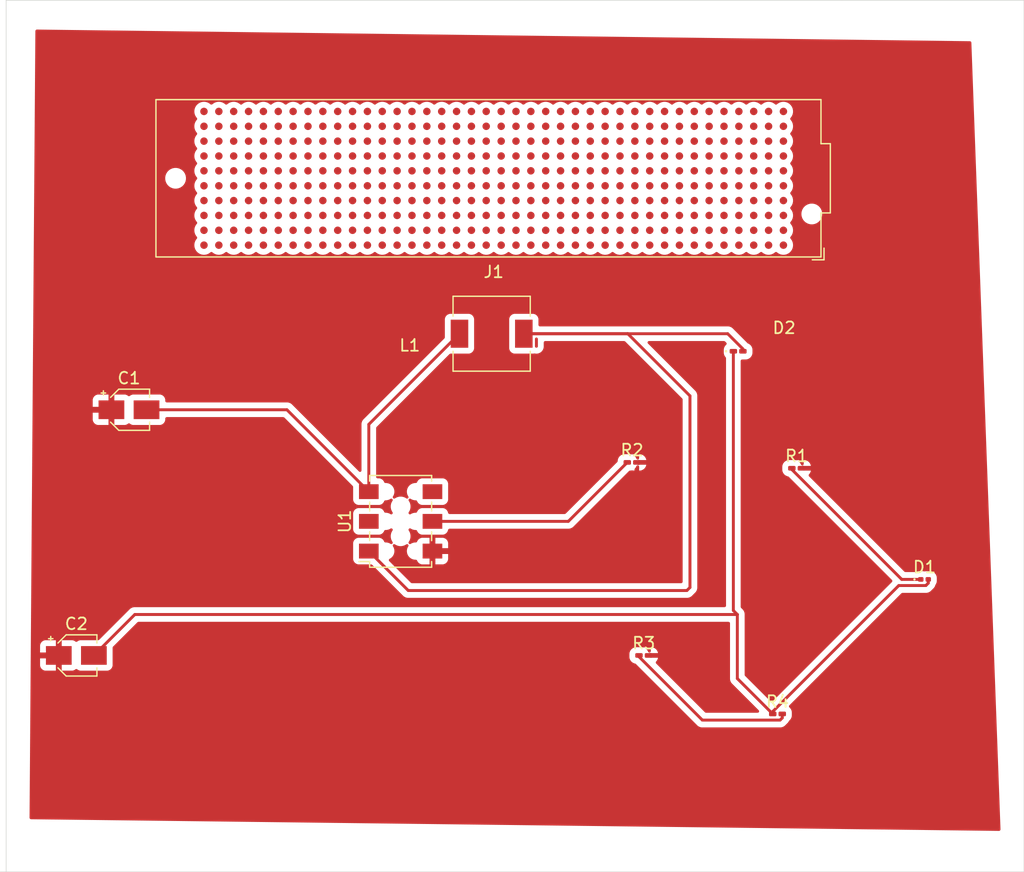
<source format=kicad_pcb>
(kicad_pcb (version 20241229) (generator "pcbnew") (generator_version "9.0")
  (layers (0 "F.Cu" signal) (2 "B.Cu" signal) (13 "F.Paste" user) (15 "B.Paste" user) (5 "F.SilkS" user "F.Silkscreen") (7 "B.SilkS" user "B.Silkscreen") (1 "F.Mask" user) (3 "B.Mask" user) (25 "Edge.Cuts" user))
  (net 0 "")
  (net 1 "VCC")
  (net 2 "GND")
  (net 3 "+5V")
  (net 4 "Net-(D1-K)")
  (net 5 "Net-(D2-A)")
  (net 6 "Net-(U1-4-OC)")
  (net 7 "Net-(U1-3-FB)")
  (footprint "Diode_SMD:D_0201_0603Metric" (layer "F.Cu") (at 135 70)
    (property "Reference" "D1" (at 0 -1.05 0) (layer "F.SilkS"))
    (property "Value" "RED")
    (pad "1" smd roundrect (at -0.32 0) (size 0.46 0.4) (layers "F.Cu" "F.Mask") (net 4 "Net-(D1-K)"))
    (pad "2" smd roundrect (at 0.32 0) (size 0.46 0.4) (layers "F.Cu" "F.Mask") (net 3 "+5V"))
  )
  (footprint "Inductor_SMD:L_6.3x6.3_H3" (layer "F.Cu") (at 98 49)
    (property "Reference" "L1" (at -7 1 0) (layer "F.SilkS"))
    (property "Value" "L")
    (pad "1" smd rect (at -2.75 0) (size 1.5 2.4) (layers "F.Cu" "F.Mask" "F.Paste") (net 1 "VCC"))
    (pad "2" smd rect (at 2.75 0) (size 1.5 2.4) (layers "F.Cu" "F.Mask" "F.Paste") (net 5 "Net-(D2-A)"))
  )
  (footprint "Capacitor_SMD:CP_Elec_3x5.3" (layer "F.Cu") (at 62.5 76.5)
    (property "Reference" "C2" (at 0 -2.7 0) (layer "F.SilkS"))
    (property "Value" "22uF")
    (pad "1" smd rect (at -1.5 0) (size 2.2 1.6) (layers "F.Cu" "F.Mask" "F.Paste") (net 2 "GND"))
    (pad "2" smd rect (at 1.5 0) (size 2.2 1.6) (layers "F.Cu" "F.Mask" "F.Paste") (net 3 "+5V"))
  )
  (footprint "Diode_SMD:D_0201_0603Metric_Pad0.64x0.40mm_HandSolder" (layer "F.Cu") (at 119.0675 50.5)
    (property "Reference" "D2" (at 3.9325 -2 0) (layer "F.SilkS"))
    (property "Value" "D_Schottky")
    (pad "1" smd roundrect (at -0.4075 0) (size 0.635 0.4) (layers "F.Cu" "F.Mask") (net 3 "+5V"))
    (pad "2" smd roundrect (at 0.4075 0) (size 0.635 0.4) (layers "F.Cu" "F.Mask") (net 5 "Net-(D2-A)"))
  )
  (footprint "Connector_Samtec_HLE_SMD:Samtec_HLE-103-02-xxx-DV-BE-LC_2x03_P2.54mm_Horizontal" (layer "F.Cu") (at 90.22 65.04 90)
    (property "Reference" "U1" (at 0 -4.77 90) (layer "F.SilkS"))
    (property "Value" "~")
    (pad "" np_thru_hole circle (at -2.54 -1.27 90) (size 0.97 0.97) (drill 0.97) (layers "*.Cu" "*.Mask"))
    (pad "" np_thru_hole circle (at -2.54 1.27 90) (size 0.97 0.97) (drill 0.97) (layers "*.Cu" "*.Mask"))
    (pad "" np_thru_hole circle (at -1.27 0 90) (size 1.19 1.19) (drill 1.19) (layers "*.Cu" "*.Mask"))
    (pad "" np_thru_hole circle (at 0 -1.27 90) (size 0.97 0.97) (drill 0.97) (layers "*.Cu" "*.Mask"))
    (pad "" np_thru_hole circle (at 0 1.27 90) (size 0.97 0.97) (drill 0.97) (layers "*.Cu" "*.Mask"))
    (pad "" np_thru_hole circle (at 1.27 0 90) (size 1.19 1.19) (drill 1.19) (layers "*.Cu" "*.Mask"))
    (pad "" np_thru_hole circle (at 2.54 -1.27 90) (size 0.97 0.97) (drill 0.97) (layers "*.Cu" "*.Mask"))
    (pad "" np_thru_hole circle (at 2.54 1.27 90) (size 0.97 0.97) (drill 0.97) (layers "*.Cu" "*.Mask"))
    (pad "1" smd rect (at -2.54 -2.72 90) (size 1.27 1.68) (layers "F.Cu" "F.Mask" "F.Paste") (net 5 "Net-(D2-A)"))
    (pad "2" smd rect (at -2.54 2.72 90) (size 1.27 1.68) (layers "F.Cu" "F.Mask" "F.Paste") (net 2 "GND"))
    (pad "3" smd rect (at 0 -2.72 90) (size 1.27 1.68) (layers "F.Cu" "F.Mask" "F.Paste") (net 7 "Net-(U1-3-FB)"))
    (pad "4" smd rect (at 0 2.72 90) (size 1.27 1.68) (layers "F.Cu" "F.Mask" "F.Paste") (net 6 "Net-(U1-4-OC)"))
    (pad "5" smd rect (at 2.54 -2.72 90) (size 1.27 1.68) (layers "F.Cu" "F.Mask" "F.Paste") (net 1 "VCC"))
    (pad "6" smd rect (at 2.54 2.72 90) (size 1.27 1.68) (layers "F.Cu" "F.Mask" "F.Paste") (net 1 "VCC"))
  )
  (footprint "Connector_Samtec:Samtec_FMC_ASP-134486-01_10x40_P1.27mm_Vertical" (layer "F.Cu") (at 98.175 35.715 180)
    (property "Reference" "J1" (at 0 -8 0) (layer "F.SilkS"))
    (property "Value" "Conn_01x03_Pin")
    (pad "" np_thru_hole circle (at -27.19 -3.05 180) (size 1.27 1.27) (drill 1.27) (layers "*.Cu" "*.Mask"))
    (pad "" np_thru_hole circle (at 27.191 0 180) (size 1.27 1.27) (drill 1.27) (layers "*.Cu" "*.Mask"))
    (pad "A1" smd circle (at -24.765 -5.715 180) (size 0.64 0.64) (layers "F.Cu" "F.Mask" "F.Paste"))
    (pad "A2" smd circle (at -23.495 -5.715 180) (size 0.64 0.64) (layers "F.Cu" "F.Mask" "F.Paste"))
    (pad "A3" smd circle (at -22.225 -5.715 180) (size 0.64 0.64) (layers "F.Cu" "F.Mask" "F.Paste"))
    (pad "A4" smd circle (at -20.955 -5.715 180) (size 0.64 0.64) (layers "F.Cu" "F.Mask" "F.Paste"))
    (pad "A5" smd circle (at -19.685 -5.715 180) (size 0.64 0.64) (layers "F.Cu" "F.Mask" "F.Paste"))
    (pad "A6" smd circle (at -18.415 -5.715 180) (size 0.64 0.64) (layers "F.Cu" "F.Mask" "F.Paste"))
    (pad "A7" smd circle (at -17.145 -5.715 180) (size 0.64 0.64) (layers "F.Cu" "F.Mask" "F.Paste"))
    (pad "A8" smd circle (at -15.875 -5.715 180) (size 0.64 0.64) (layers "F.Cu" "F.Mask" "F.Paste"))
    (pad "A9" smd circle (at -14.605 -5.715 180) (size 0.64 0.64) (layers "F.Cu" "F.Mask" "F.Paste"))
    (pad "A10" smd circle (at -13.335 -5.715 180) (size 0.64 0.64) (layers "F.Cu" "F.Mask" "F.Paste"))
    (pad "A11" smd circle (at -12.065 -5.715 180) (size 0.64 0.64) (layers "F.Cu" "F.Mask" "F.Paste"))
    (pad "A12" smd circle (at -10.795 -5.715 180) (size 0.64 0.64) (layers "F.Cu" "F.Mask" "F.Paste"))
    (pad "A13" smd circle (at -9.525 -5.715 180) (size 0.64 0.64) (layers "F.Cu" "F.Mask" "F.Paste"))
    (pad "A14" smd circle (at -8.255 -5.715 180) (size 0.64 0.64) (layers "F.Cu" "F.Mask" "F.Paste"))
    (pad "A15" smd circle (at -6.985 -5.715 180) (size 0.64 0.64) (layers "F.Cu" "F.Mask" "F.Paste"))
    (pad "A16" smd circle (at -5.715 -5.715 180) (size 0.64 0.64) (layers "F.Cu" "F.Mask" "F.Paste"))
    (pad "A17" smd circle (at -4.445 -5.715 180) (size 0.64 0.64) (layers "F.Cu" "F.Mask" "F.Paste"))
    (pad "A18" smd circle (at -3.175 -5.715 180) (size 0.64 0.64) (layers "F.Cu" "F.Mask" "F.Paste"))
    (pad "A19" smd circle (at -1.905 -5.715 180) (size 0.64 0.64) (layers "F.Cu" "F.Mask" "F.Paste"))
    (pad "A20" smd circle (at -0.64 -5.715 180) (size 0.64 0.64) (layers "F.Cu" "F.Mask" "F.Paste"))
    (pad "A21" smd circle (at 0.64 -5.715 180) (size 0.64 0.64) (layers "F.Cu" "F.Mask" "F.Paste"))
    (pad "A22" smd circle (at 1.905 -5.715 180) (size 0.64 0.64) (layers "F.Cu" "F.Mask" "F.Paste"))
    (pad "A23" smd circle (at 3.175 -5.715 180) (size 0.64 0.64) (layers "F.Cu" "F.Mask" "F.Paste"))
    (pad "A24" smd circle (at 4.445 -5.715 180) (size 0.64 0.64) (layers "F.Cu" "F.Mask" "F.Paste"))
    (pad "A25" smd circle (at 5.715 -5.715 180) (size 0.64 0.64) (layers "F.Cu" "F.Mask" "F.Paste"))
    (pad "A26" smd circle (at 6.985 -5.715 180) (size 0.64 0.64) (layers "F.Cu" "F.Mask" "F.Paste"))
    (pad "A27" smd circle (at 8.255 -5.715 180) (size 0.64 0.64) (layers "F.Cu" "F.Mask" "F.Paste"))
    (pad "A28" smd circle (at 9.525 -5.715 180) (size 0.64 0.64) (layers "F.Cu" "F.Mask" "F.Paste"))
    (pad "A29" smd circle (at 10.795 -5.715 180) (size 0.64 0.64) (layers "F.Cu" "F.Mask" "F.Paste"))
    (pad "A30" smd circle (at 12.065 -5.715 180) (size 0.64 0.64) (layers "F.Cu" "F.Mask" "F.Paste"))
    (pad "A31" smd circle (at 13.335 -5.715 180) (size 0.64 0.64) (layers "F.Cu" "F.Mask" "F.Paste"))
    (pad "A32" smd circle (at 14.605 -5.715 180) (size 0.64 0.64) (layers "F.Cu" "F.Mask" "F.Paste"))
    (pad "A33" smd circle (at 15.875 -5.715 180) (size 0.64 0.64) (layers "F.Cu" "F.Mask" "F.Paste"))
    (pad "A34" smd circle (at 17.145 -5.715 180) (size 0.64 0.64) (layers "F.Cu" "F.Mask" "F.Paste"))
    (pad "A35" smd circle (at 18.415 -5.715 180) (size 0.64 0.64) (layers "F.Cu" "F.Mask" "F.Paste"))
    (pad "A36" smd circle (at 19.685 -5.715 180) (size 0.64 0.64) (layers "F.Cu" "F.Mask" "F.Paste"))
    (pad "A37" smd circle (at 20.955 -5.715 180) (size 0.64 0.64) (layers "F.Cu" "F.Mask" "F.Paste"))
    (pad "A38" smd circle (at 22.225 -5.715 180) (size 0.64 0.64) (layers "F.Cu" "F.Mask" "F.Paste"))
    (pad "A39" smd circle (at 23.495 -5.715 180) (size 0.64 0.64) (layers "F.Cu" "F.Mask" "F.Paste"))
    (pad "A40" smd circle (at 24.765 -5.715 180) (size 0.64 0.64) (layers "F.Cu" "F.Mask" "F.Paste"))
    (pad "B1" smd circle (at -24.765 -4.445 180) (size 0.64 0.64) (layers "F.Cu" "F.Mask" "F.Paste"))
    (pad "B2" smd circle (at -23.495 -4.445 180) (size 0.64 0.64) (layers "F.Cu" "F.Mask" "F.Paste"))
    (pad "B3" smd circle (at -22.225 -4.445 180) (size 0.64 0.64) (layers "F.Cu" "F.Mask" "F.Paste"))
    (pad "B4" smd circle (at -20.955 -4.445 180) (size 0.64 0.64) (layers "F.Cu" "F.Mask" "F.Paste"))
    (pad "B5" smd circle (at -19.685 -4.445 180) (size 0.64 0.64) (layers "F.Cu" "F.Mask" "F.Paste"))
    (pad "B6" smd circle (at -18.415 -4.445 180) (size 0.64 0.64) (layers "F.Cu" "F.Mask" "F.Paste"))
    (pad "B7" smd circle (at -17.145 -4.445 180) (size 0.64 0.64) (layers "F.Cu" "F.Mask" "F.Paste"))
    (pad "B8" smd circle (at -15.875 -4.445 180) (size 0.64 0.64) (layers "F.Cu" "F.Mask" "F.Paste"))
    (pad "B9" smd circle (at -14.605 -4.445 180) (size 0.64 0.64) (layers "F.Cu" "F.Mask" "F.Paste"))
    (pad "B10" smd circle (at -13.335 -4.445 180) (size 0.64 0.64) (layers "F.Cu" "F.Mask" "F.Paste"))
    (pad "B11" smd circle (at -12.065 -4.445 180) (size 0.64 0.64) (layers "F.Cu" "F.Mask" "F.Paste"))
    (pad "B12" smd circle (at -10.795 -4.445 180) (size 0.64 0.64) (layers "F.Cu" "F.Mask" "F.Paste"))
    (pad "B13" smd circle (at -9.525 -4.445 180) (size 0.64 0.64) (layers "F.Cu" "F.Mask" "F.Paste"))
    (pad "B14" smd circle (at -8.255 -4.445 180) (size 0.64 0.64) (layers "F.Cu" "F.Mask" "F.Paste"))
    (pad "B15" smd circle (at -6.985 -4.445 180) (size 0.64 0.64) (layers "F.Cu" "F.Mask" "F.Paste"))
    (pad "B16" smd circle (at -5.715 -4.445 180) (size 0.64 0.64) (layers "F.Cu" "F.Mask" "F.Paste"))
    (pad "B17" smd circle (at -4.445 -4.445 180) (size 0.64 0.64) (layers "F.Cu" "F.Mask" "F.Paste"))
    (pad "B18" smd circle (at -3.175 -4.445 180) (size 0.64 0.64) (layers "F.Cu" "F.Mask" "F.Paste"))
    (pad "B19" smd circle (at -1.905 -4.445 180) (size 0.64 0.64) (layers "F.Cu" "F.Mask" "F.Paste"))
    (pad "B20" smd circle (at -0.64 -4.445 180) (size 0.64 0.64) (layers "F.Cu" "F.Mask" "F.Paste"))
    (pad "B21" smd circle (at 0.64 -4.445 180) (size 0.64 0.64) (layers "F.Cu" "F.Mask" "F.Paste"))
    (pad "B22" smd circle (at 1.905 -4.445 180) (size 0.64 0.64) (layers "F.Cu" "F.Mask" "F.Paste"))
    (pad "B23" smd circle (at 3.175 -4.445 180) (size 0.64 0.64) (layers "F.Cu" "F.Mask" "F.Paste"))
    (pad "B24" smd circle (at 4.445 -4.445 180) (size 0.64 0.64) (layers "F.Cu" "F.Mask" "F.Paste"))
    (pad "B25" smd circle (at 5.715 -4.445 180) (size 0.64 0.64) (layers "F.Cu" "F.Mask" "F.Paste"))
    (pad "B26" smd circle (at 6.985 -4.445 180) (size 0.64 0.64) (layers "F.Cu" "F.Mask" "F.Paste"))
    (pad "B27" smd circle (at 8.255 -4.445 180) (size 0.64 0.64) (layers "F.Cu" "F.Mask" "F.Paste"))
    (pad "B28" smd circle (at 9.525 -4.445 180) (size 0.64 0.64) (layers "F.Cu" "F.Mask" "F.Paste"))
    (pad "B29" smd circle (at 10.795 -4.445 180) (size 0.64 0.64) (layers "F.Cu" "F.Mask" "F.Paste"))
    (pad "B30" smd circle (at 12.065 -4.445 180) (size 0.64 0.64) (layers "F.Cu" "F.Mask" "F.Paste"))
    (pad "B31" smd circle (at 13.335 -4.445 180) (size 0.64 0.64) (layers "F.Cu" "F.Mask" "F.Paste"))
    (pad "B32" smd circle (at 14.605 -4.445 180) (size 0.64 0.64) (layers "F.Cu" "F.Mask" "F.Paste"))
    (pad "B33" smd circle (at 15.875 -4.445 180) (size 0.64 0.64) (layers "F.Cu" "F.Mask" "F.Paste"))
    (pad "B34" smd circle (at 17.145 -4.445 180) (size 0.64 0.64) (layers "F.Cu" "F.Mask" "F.Paste"))
    (pad "B35" smd circle (at 18.415 -4.445 180) (size 0.64 0.64) (layers "F.Cu" "F.Mask" "F.Paste"))
    (pad "B36" smd circle (at 19.685 -4.445 180) (size 0.64 0.64) (layers "F.Cu" "F.Mask" "F.Paste"))
    (pad "B37" smd circle (at 20.955 -4.445 180) (size 0.64 0.64) (layers "F.Cu" "F.Mask" "F.Paste"))
    (pad "B38" smd circle (at 22.225 -4.445 180) (size 0.64 0.64) (layers "F.Cu" "F.Mask" "F.Paste"))
    (pad "B39" smd circle (at 23.495 -4.445 180) (size 0.64 0.64) (layers "F.Cu" "F.Mask" "F.Paste"))
    (pad "B40" smd circle (at 24.765 -4.445 180) (size 0.64 0.64) (layers "F.Cu" "F.Mask" "F.Paste"))
    (pad "C1" smd circle (at -24.765 -3.175 180) (size 0.64 0.64) (layers "F.Cu" "F.Mask" "F.Paste"))
    (pad "C2" smd circle (at -23.495 -3.175 180) (size 0.64 0.64) (layers "F.Cu" "F.Mask" "F.Paste"))
    (pad "C3" smd circle (at -22.225 -3.175 180) (size 0.64 0.64) (layers "F.Cu" "F.Mask" "F.Paste"))
    (pad "C4" smd circle (at -20.955 -3.175 180) (size 0.64 0.64) (layers "F.Cu" "F.Mask" "F.Paste"))
    (pad "C5" smd circle (at -19.685 -3.175 180) (size 0.64 0.64) (layers "F.Cu" "F.Mask" "F.Paste"))
    (pad "C6" smd circle (at -18.415 -3.175 180) (size 0.64 0.64) (layers "F.Cu" "F.Mask" "F.Paste"))
    (pad "C7" smd circle (at -17.145 -3.175 180) (size 0.64 0.64) (layers "F.Cu" "F.Mask" "F.Paste"))
    (pad "C8" smd circle (at -15.875 -3.175 180) (size 0.64 0.64) (layers "F.Cu" "F.Mask" "F.Paste"))
    (pad "C9" smd circle (at -14.605 -3.175 180) (size 0.64 0.64) (layers "F.Cu" "F.Mask" "F.Paste"))
    (pad "C10" smd circle (at -13.335 -3.175 180) (size 0.64 0.64) (layers "F.Cu" "F.Mask" "F.Paste"))
    (pad "C11" smd circle (at -12.065 -3.175 180) (size 0.64 0.64) (layers "F.Cu" "F.Mask" "F.Paste"))
    (pad "C12" smd circle (at -10.795 -3.175 180) (size 0.64 0.64) (layers "F.Cu" "F.Mask" "F.Paste"))
    (pad "C13" smd circle (at -9.525 -3.175 180) (size 0.64 0.64) (layers "F.Cu" "F.Mask" "F.Paste"))
    (pad "C14" smd circle (at -8.255 -3.175 180) (size 0.64 0.64) (layers "F.Cu" "F.Mask" "F.Paste"))
    (pad "C15" smd circle (at -6.985 -3.175 180) (size 0.64 0.64) (layers "F.Cu" "F.Mask" "F.Paste"))
    (pad "C16" smd circle (at -5.715 -3.175 180) (size 0.64 0.64) (layers "F.Cu" "F.Mask" "F.Paste"))
    (pad "C17" smd circle (at -4.445 -3.175 180) (size 0.64 0.64) (layers "F.Cu" "F.Mask" "F.Paste"))
    (pad "C18" smd circle (at -3.175 -3.175 180) (size 0.64 0.64) (layers "F.Cu" "F.Mask" "F.Paste"))
    (pad "C19" smd circle (at -1.905 -3.175 180) (size 0.64 0.64) (layers "F.Cu" "F.Mask" "F.Paste"))
    (pad "C20" smd circle (at -0.64 -3.175 180) (size 0.64 0.64) (layers "F.Cu" "F.Mask" "F.Paste"))
    (pad "C21" smd circle (at 0.64 -3.175 180) (size 0.64 0.64) (layers "F.Cu" "F.Mask" "F.Paste"))
    (pad "C22" smd circle (at 1.905 -3.175 180) (size 0.64 0.64) (layers "F.Cu" "F.Mask" "F.Paste"))
    (pad "C23" smd circle (at 3.175 -3.175 180) (size 0.64 0.64) (layers "F.Cu" "F.Mask" "F.Paste"))
    (pad "C24" smd circle (at 4.445 -3.175 180) (size 0.64 0.64) (layers "F.Cu" "F.Mask" "F.Paste"))
    (pad "C25" smd circle (at 5.715 -3.175 180) (size 0.64 0.64) (layers "F.Cu" "F.Mask" "F.Paste"))
    (pad "C26" smd circle (at 6.985 -3.175 180) (size 0.64 0.64) (layers "F.Cu" "F.Mask" "F.Paste"))
    (pad "C27" smd circle (at 8.255 -3.175 180) (size 0.64 0.64) (layers "F.Cu" "F.Mask" "F.Paste"))
    (pad "C28" smd circle (at 9.525 -3.175 180) (size 0.64 0.64) (layers "F.Cu" "F.Mask" "F.Paste"))
    (pad "C29" smd circle (at 10.795 -3.175 180) (size 0.64 0.64) (layers "F.Cu" "F.Mask" "F.Paste"))
    (pad "C30" smd circle (at 12.065 -3.175 180) (size 0.64 0.64) (layers "F.Cu" "F.Mask" "F.Paste"))
    (pad "C31" smd circle (at 13.335 -3.175 180) (size 0.64 0.64) (layers "F.Cu" "F.Mask" "F.Paste"))
    (pad "C32" smd circle (at 14.605 -3.175 180) (size 0.64 0.64) (layers "F.Cu" "F.Mask" "F.Paste"))
    (pad "C33" smd circle (at 15.875 -3.175 180) (size 0.64 0.64) (layers "F.Cu" "F.Mask" "F.Paste"))
    (pad "C34" smd circle (at 17.145 -3.175 180) (size 0.64 0.64) (layers "F.Cu" "F.Mask" "F.Paste"))
    (pad "C35" smd circle (at 18.415 -3.175 180) (size 0.64 0.64) (layers "F.Cu" "F.Mask" "F.Paste"))
    (pad "C36" smd circle (at 19.685 -3.175 180) (size 0.64 0.64) (layers "F.Cu" "F.Mask" "F.Paste"))
    (pad "C37" smd circle (at 20.955 -3.175 180) (size 0.64 0.64) (layers "F.Cu" "F.Mask" "F.Paste"))
    (pad "C38" smd circle (at 22.225 -3.175 180) (size 0.64 0.64) (layers "F.Cu" "F.Mask" "F.Paste"))
    (pad "C39" smd circle (at 23.495 -3.175 180) (size 0.64 0.64) (layers "F.Cu" "F.Mask" "F.Paste"))
    (pad "C40" smd circle (at 24.765 -3.175 180) (size 0.64 0.64) (layers "F.Cu" "F.Mask" "F.Paste"))
    (pad "D1" smd circle (at -24.765 -1.905 180) (size 0.64 0.64) (layers "F.Cu" "F.Mask" "F.Paste"))
    (pad "D2" smd circle (at -23.495 -1.905 180) (size 0.64 0.64) (layers "F.Cu" "F.Mask" "F.Paste"))
    (pad "D3" smd circle (at -22.225 -1.905 180) (size 0.64 0.64) (layers "F.Cu" "F.Mask" "F.Paste"))
    (pad "D4" smd circle (at -20.955 -1.905 180) (size 0.64 0.64) (layers "F.Cu" "F.Mask" "F.Paste"))
    (pad "D5" smd circle (at -19.685 -1.905 180) (size 0.64 0.64) (layers "F.Cu" "F.Mask" "F.Paste"))
    (pad "D6" smd circle (at -18.415 -1.905 180) (size 0.64 0.64) (layers "F.Cu" "F.Mask" "F.Paste"))
    (pad "D7" smd circle (at -17.145 -1.905 180) (size 0.64 0.64) (layers "F.Cu" "F.Mask" "F.Paste"))
    (pad "D8" smd circle (at -15.875 -1.905 180) (size 0.64 0.64) (layers "F.Cu" "F.Mask" "F.Paste"))
    (pad "D9" smd circle (at -14.605 -1.905 180) (size 0.64 0.64) (layers "F.Cu" "F.Mask" "F.Paste"))
    (pad "D10" smd circle (at -13.335 -1.905 180) (size 0.64 0.64) (layers "F.Cu" "F.Mask" "F.Paste"))
    (pad "D11" smd circle (at -12.065 -1.905 180) (size 0.64 0.64) (layers "F.Cu" "F.Mask" "F.Paste"))
    (pad "D12" smd circle (at -10.795 -1.905 180) (size 0.64 0.64) (layers "F.Cu" "F.Mask" "F.Paste"))
    (pad "D13" smd circle (at -9.525 -1.905 180) (size 0.64 0.64) (layers "F.Cu" "F.Mask" "F.Paste"))
    (pad "D14" smd circle (at -8.255 -1.905 180) (size 0.64 0.64) (layers "F.Cu" "F.Mask" "F.Paste"))
    (pad "D15" smd circle (at -6.985 -1.905 180) (size 0.64 0.64) (layers "F.Cu" "F.Mask" "F.Paste"))
    (pad "D16" smd circle (at -5.715 -1.905 180) (size 0.64 0.64) (layers "F.Cu" "F.Mask" "F.Paste"))
    (pad "D17" smd circle (at -4.445 -1.905 180) (size 0.64 0.64) (layers "F.Cu" "F.Mask" "F.Paste"))
    (pad "D18" smd circle (at -3.175 -1.905 180) (size 0.64 0.64) (layers "F.Cu" "F.Mask" "F.Paste"))
    (pad "D19" smd circle (at -1.905 -1.905 180) (size 0.64 0.64) (layers "F.Cu" "F.Mask" "F.Paste"))
    (pad "D20" smd circle (at -0.64 -1.905 180) (size 0.64 0.64) (layers "F.Cu" "F.Mask" "F.Paste"))
    (pad "D21" smd circle (at 0.64 -1.905 180) (size 0.64 0.64) (layers "F.Cu" "F.Mask" "F.Paste"))
    (pad "D22" smd circle (at 1.905 -1.905 180) (size 0.64 0.64) (layers "F.Cu" "F.Mask" "F.Paste"))
    (pad "D23" smd circle (at 3.175 -1.905 180) (size 0.64 0.64) (layers "F.Cu" "F.Mask" "F.Paste"))
    (pad "D24" smd circle (at 4.445 -1.905 180) (size 0.64 0.64) (layers "F.Cu" "F.Mask" "F.Paste"))
    (pad "D25" smd circle (at 5.715 -1.905 180) (size 0.64 0.64) (layers "F.Cu" "F.Mask" "F.Paste"))
    (pad "D26" smd circle (at 6.985 -1.905 180) (size 0.64 0.64) (layers "F.Cu" "F.Mask" "F.Paste"))
    (pad "D27" smd circle (at 8.255 -1.905 180) (size 0.64 0.64) (layers "F.Cu" "F.Mask" "F.Paste"))
    (pad "D28" smd circle (at 9.525 -1.905 180) (size 0.64 0.64) (layers "F.Cu" "F.Mask" "F.Paste"))
    (pad "D29" smd circle (at 10.795 -1.905 180) (size 0.64 0.64) (layers "F.Cu" "F.Mask" "F.Paste"))
    (pad "D30" smd circle (at 12.065 -1.905 180) (size 0.64 0.64) (layers "F.Cu" "F.Mask" "F.Paste"))
    (pad "D31" smd circle (at 13.335 -1.905 180) (size 0.64 0.64) (layers "F.Cu" "F.Mask" "F.Paste"))
    (pad "D32" smd circle (at 14.605 -1.905 180) (size 0.64 0.64) (layers "F.Cu" "F.Mask" "F.Paste"))
    (pad "D33" smd circle (at 15.875 -1.905 180) (size 0.64 0.64) (layers "F.Cu" "F.Mask" "F.Paste"))
    (pad "D34" smd circle (at 17.145 -1.905 180) (size 0.64 0.64) (layers "F.Cu" "F.Mask" "F.Paste"))
    (pad "D35" smd circle (at 18.415 -1.905 180) (size 0.64 0.64) (layers "F.Cu" "F.Mask" "F.Paste"))
    (pad "D36" smd circle (at 19.685 -1.905 180) (size 0.64 0.64) (layers "F.Cu" "F.Mask" "F.Paste"))
    (pad "D37" smd circle (at 20.955 -1.905 180) (size 0.64 0.64) (layers "F.Cu" "F.Mask" "F.Paste"))
    (pad "D38" smd circle (at 22.225 -1.905 180) (size 0.64 0.64) (layers "F.Cu" "F.Mask" "F.Paste"))
    (pad "D39" smd circle (at 23.495 -1.905 180) (size 0.64 0.64) (layers "F.Cu" "F.Mask" "F.Paste"))
    (pad "D40" smd circle (at 24.765 -1.905 180) (size 0.64 0.64) (layers "F.Cu" "F.Mask" "F.Paste"))
    (pad "E1" smd circle (at -24.765 -0.64 180) (size 0.64 0.64) (layers "F.Cu" "F.Mask" "F.Paste"))
    (pad "E2" smd circle (at -23.495 -0.64 180) (size 0.64 0.64) (layers "F.Cu" "F.Mask" "F.Paste"))
    (pad "E3" smd circle (at -22.225 -0.64 180) (size 0.64 0.64) (layers "F.Cu" "F.Mask" "F.Paste"))
    (pad "E4" smd circle (at -20.955 -0.64 180) (size 0.64 0.64) (layers "F.Cu" "F.Mask" "F.Paste"))
    (pad "E5" smd circle (at -19.685 -0.64 180) (size 0.64 0.64) (layers "F.Cu" "F.Mask" "F.Paste"))
    (pad "E6" smd circle (at -18.415 -0.64 180) (size 0.64 0.64) (layers "F.Cu" "F.Mask" "F.Paste"))
    (pad "E7" smd circle (at -17.145 -0.64 180) (size 0.64 0.64) (layers "F.Cu" "F.Mask" "F.Paste"))
    (pad "E8" smd circle (at -15.875 -0.64 180) (size 0.64 0.64) (layers "F.Cu" "F.Mask" "F.Paste"))
    (pad "E9" smd circle (at -14.605 -0.64 180) (size 0.64 0.64) (layers "F.Cu" "F.Mask" "F.Paste"))
    (pad "E10" smd circle (at -13.335 -0.64 180) (size 0.64 0.64) (layers "F.Cu" "F.Mask" "F.Paste"))
    (pad "E11" smd circle (at -12.065 -0.64 180) (size 0.64 0.64) (layers "F.Cu" "F.Mask" "F.Paste"))
    (pad "E12" smd circle (at -10.795 -0.64 180) (size 0.64 0.64) (layers "F.Cu" "F.Mask" "F.Paste"))
    (pad "E13" smd circle (at -9.525 -0.64 180) (size 0.64 0.64) (layers "F.Cu" "F.Mask" "F.Paste"))
    (pad "E14" smd circle (at -8.255 -0.64 180) (size 0.64 0.64) (layers "F.Cu" "F.Mask" "F.Paste"))
    (pad "E15" smd circle (at -6.985 -0.64 180) (size 0.64 0.64) (layers "F.Cu" "F.Mask" "F.Paste"))
    (pad "E16" smd circle (at -5.715 -0.64 180) (size 0.64 0.64) (layers "F.Cu" "F.Mask" "F.Paste"))
    (pad "E17" smd circle (at -4.445 -0.64 180) (size 0.64 0.64) (layers "F.Cu" "F.Mask" "F.Paste"))
    (pad "E18" smd circle (at -3.175 -0.64 180) (size 0.64 0.64) (layers "F.Cu" "F.Mask" "F.Paste"))
    (pad "E19" smd circle (at -1.905 -0.64 180) (size 0.64 0.64) (layers "F.Cu" "F.Mask" "F.Paste"))
    (pad "E20" smd circle (at -0.64 -0.64 180) (size 0.64 0.64) (layers "F.Cu" "F.Mask" "F.Paste"))
    (pad "E21" smd circle (at 0.64 -0.64 180) (size 0.64 0.64) (layers "F.Cu" "F.Mask" "F.Paste"))
    (pad "E22" smd circle (at 1.905 -0.64 180) (size 0.64 0.64) (layers "F.Cu" "F.Mask" "F.Paste"))
    (pad "E23" smd circle (at 3.175 -0.64 180) (size 0.64 0.64) (layers "F.Cu" "F.Mask" "F.Paste"))
    (pad "E24" smd circle (at 4.445 -0.64 180) (size 0.64 0.64) (layers "F.Cu" "F.Mask" "F.Paste"))
    (pad "E25" smd circle (at 5.715 -0.64 180) (size 0.64 0.64) (layers "F.Cu" "F.Mask" "F.Paste"))
    (pad "E26" smd circle (at 6.985 -0.64 180) (size 0.64 0.64) (layers "F.Cu" "F.Mask" "F.Paste"))
    (pad "E27" smd circle (at 8.255 -0.64 180) (size 0.64 0.64) (layers "F.Cu" "F.Mask" "F.Paste"))
    (pad "E28" smd circle (at 9.525 -0.64 180) (size 0.64 0.64) (layers "F.Cu" "F.Mask" "F.Paste"))
    (pad "E29" smd circle (at 10.795 -0.64 180) (size 0.64 0.64) (layers "F.Cu" "F.Mask" "F.Paste"))
    (pad "E30" smd circle (at 12.065 -0.64 180) (size 0.64 0.64) (layers "F.Cu" "F.Mask" "F.Paste"))
    (pad "E31" smd circle (at 13.335 -0.64 180) (size 0.64 0.64) (layers "F.Cu" "F.Mask" "F.Paste"))
    (pad "E32" smd circle (at 14.605 -0.64 180) (size 0.64 0.64) (layers "F.Cu" "F.Mask" "F.Paste"))
    (pad "E33" smd circle (at 15.875 -0.64 180) (size 0.64 0.64) (layers "F.Cu" "F.Mask" "F.Paste"))
    (pad "E34" smd circle (at 17.145 -0.64 180) (size 0.64 0.64) (layers "F.Cu" "F.Mask" "F.Paste"))
    (pad "E35" smd circle (at 18.415 -0.64 180) (size 0.64 0.64) (layers "F.Cu" "F.Mask" "F.Paste"))
    (pad "E36" smd circle (at 19.685 -0.64 180) (size 0.64 0.64) (layers "F.Cu" "F.Mask" "F.Paste"))
    (pad "E37" smd circle (at 20.955 -0.64 180) (size 0.64 0.64) (layers "F.Cu" "F.Mask" "F.Paste"))
    (pad "E38" smd circle (at 22.225 -0.64 180) (size 0.64 0.64) (layers "F.Cu" "F.Mask" "F.Paste"))
    (pad "E39" smd circle (at 23.495 -0.64 180) (size 0.64 0.64) (layers "F.Cu" "F.Mask" "F.Paste"))
    (pad "E40" smd circle (at 24.765 -0.64 180) (size 0.64 0.64) (layers "F.Cu" "F.Mask" "F.Paste"))
    (pad "F1" smd circle (at -24.765 0.64 180) (size 0.64 0.64) (layers "F.Cu" "F.Mask" "F.Paste"))
    (pad "F2" smd circle (at -23.495 0.64 180) (size 0.64 0.64) (layers "F.Cu" "F.Mask" "F.Paste"))
    (pad "F3" smd circle (at -22.225 0.64 180) (size 0.64 0.64) (layers "F.Cu" "F.Mask" "F.Paste"))
    (pad "F4" smd circle (at -20.955 0.64 180) (size 0.64 0.64) (layers "F.Cu" "F.Mask" "F.Paste"))
    (pad "F5" smd circle (at -19.685 0.64 180) (size 0.64 0.64) (layers "F.Cu" "F.Mask" "F.Paste"))
    (pad "F6" smd circle (at -18.415 0.64 180) (size 0.64 0.64) (layers "F.Cu" "F.Mask" "F.Paste"))
    (pad "F7" smd circle (at -17.145 0.64 180) (size 0.64 0.64) (layers "F.Cu" "F.Mask" "F.Paste"))
    (pad "F8" smd circle (at -15.875 0.64 180) (size 0.64 0.64) (layers "F.Cu" "F.Mask" "F.Paste"))
    (pad "F9" smd circle (at -14.605 0.64 180) (size 0.64 0.64) (layers "F.Cu" "F.Mask" "F.Paste"))
    (pad "F10" smd circle (at -13.335 0.64 180) (size 0.64 0.64) (layers "F.Cu" "F.Mask" "F.Paste"))
    (pad "F11" smd circle (at -12.065 0.64 180) (size 0.64 0.64) (layers "F.Cu" "F.Mask" "F.Paste"))
    (pad "F12" smd circle (at -10.795 0.64 180) (size 0.64 0.64) (layers "F.Cu" "F.Mask" "F.Paste"))
    (pad "F13" smd circle (at -9.525 0.64 180) (size 0.64 0.64) (layers "F.Cu" "F.Mask" "F.Paste"))
    (pad "F14" smd circle (at -8.255 0.64 180) (size 0.64 0.64) (layers "F.Cu" "F.Mask" "F.Paste"))
    (pad "F15" smd circle (at -6.985 0.64 180) (size 0.64 0.64) (layers "F.Cu" "F.Mask" "F.Paste"))
    (pad "F16" smd circle (at -5.715 0.64 180) (size 0.64 0.64) (layers "F.Cu" "F.Mask" "F.Paste"))
    (pad "F17" smd circle (at -4.445 0.64 180) (size 0.64 0.64) (layers "F.Cu" "F.Mask" "F.Paste"))
    (pad "F18" smd circle (at -3.175 0.64 180) (size 0.64 0.64) (layers "F.Cu" "F.Mask" "F.Paste"))
    (pad "F19" smd circle (at -1.905 0.64 180) (size 0.64 0.64) (layers "F.Cu" "F.Mask" "F.Paste"))
    (pad "F20" smd circle (at -0.64 0.64 180) (size 0.64 0.64) (layers "F.Cu" "F.Mask" "F.Paste"))
    (pad "F21" smd circle (at 0.64 0.64 180) (size 0.64 0.64) (layers "F.Cu" "F.Mask" "F.Paste"))
    (pad "F22" smd circle (at 1.905 0.64 180) (size 0.64 0.64) (layers "F.Cu" "F.Mask" "F.Paste"))
    (pad "F23" smd circle (at 3.175 0.64 180) (size 0.64 0.64) (layers "F.Cu" "F.Mask" "F.Paste"))
    (pad "F24" smd circle (at 4.445 0.64 180) (size 0.64 0.64) (layers "F.Cu" "F.Mask" "F.Paste"))
    (pad "F25" smd circle (at 5.715 0.64 180) (size 0.64 0.64) (layers "F.Cu" "F.Mask" "F.Paste"))
    (pad "F26" smd circle (at 6.985 0.64 180) (size 0.64 0.64) (layers "F.Cu" "F.Mask" "F.Paste"))
    (pad "F27" smd circle (at 8.255 0.64 180) (size 0.64 0.64) (layers "F.Cu" "F.Mask" "F.Paste"))
    (pad "F28" smd circle (at 9.525 0.64 180) (size 0.64 0.64) (layers "F.Cu" "F.Mask" "F.Paste"))
    (pad "F29" smd circle (at 10.795 0.64 180) (size 0.64 0.64) (layers "F.Cu" "F.Mask" "F.Paste"))
    (pad "F30" smd circle (at 12.065 0.64 180) (size 0.64 0.64) (layers "F.Cu" "F.Mask" "F.Paste"))
    (pad "F31" smd circle (at 13.335 0.64 180) (size 0.64 0.64) (layers "F.Cu" "F.Mask" "F.Paste"))
    (pad "F32" smd circle (at 14.605 0.64 180) (size 0.64 0.64) (layers "F.Cu" "F.Mask" "F.Paste"))
    (pad "F33" smd circle (at 15.875 0.64 180) (size 0.64 0.64) (layers "F.Cu" "F.Mask" "F.Paste"))
    (pad "F34" smd circle (at 17.145 0.64 180) (size 0.64 0.64) (layers "F.Cu" "F.Mask" "F.Paste"))
    (pad "F35" smd circle (at 18.415 0.64 180) (size 0.64 0.64) (layers "F.Cu" "F.Mask" "F.Paste"))
    (pad "F36" smd circle (at 19.685 0.64 180) (size 0.64 0.64) (layers "F.Cu" "F.Mask" "F.Paste"))
    (pad "F37" smd circle (at 20.955 0.64 180) (size 0.64 0.64) (layers "F.Cu" "F.Mask" "F.Paste"))
    (pad "F38" smd circle (at 22.225 0.64 180) (size 0.64 0.64) (layers "F.Cu" "F.Mask" "F.Paste"))
    (pad "F39" smd circle (at 23.495 0.64 180) (size 0.64 0.64) (layers "F.Cu" "F.Mask" "F.Paste"))
    (pad "F40" smd circle (at 24.765 0.64 180) (size 0.64 0.64) (layers "F.Cu" "F.Mask" "F.Paste"))
    (pad "G1" smd circle (at -24.765 1.905 180) (size 0.64 0.64) (layers "F.Cu" "F.Mask" "F.Paste"))
    (pad "G2" smd circle (at -23.495 1.905 180) (size 0.64 0.64) (layers "F.Cu" "F.Mask" "F.Paste"))
    (pad "G3" smd circle (at -22.225 1.905 180) (size 0.64 0.64) (layers "F.Cu" "F.Mask" "F.Paste"))
    (pad "G4" smd circle (at -20.955 1.905 180) (size 0.64 0.64) (layers "F.Cu" "F.Mask" "F.Paste"))
    (pad "G5" smd circle (at -19.685 1.905 180) (size 0.64 0.64) (layers "F.Cu" "F.Mask" "F.Paste"))
    (pad "G6" smd circle (at -18.415 1.905 180) (size 0.64 0.64) (layers "F.Cu" "F.Mask" "F.Paste"))
    (pad "G7" smd circle (at -17.145 1.905 180) (size 0.64 0.64) (layers "F.Cu" "F.Mask" "F.Paste"))
    (pad "G8" smd circle (at -15.875 1.905 180) (size 0.64 0.64) (layers "F.Cu" "F.Mask" "F.Paste"))
    (pad "G9" smd circle (at -14.605 1.905 180) (size 0.64 0.64) (layers "F.Cu" "F.Mask" "F.Paste"))
    (pad "G10" smd circle (at -13.335 1.905 180) (size 0.64 0.64) (layers "F.Cu" "F.Mask" "F.Paste"))
    (pad "G11" smd circle (at -12.065 1.905 180) (size 0.64 0.64) (layers "F.Cu" "F.Mask" "F.Paste"))
    (pad "G12" smd circle (at -10.795 1.905 180) (size 0.64 0.64) (layers "F.Cu" "F.Mask" "F.Paste"))
    (pad "G13" smd circle (at -9.525 1.905 180) (size 0.64 0.64) (layers "F.Cu" "F.Mask" "F.Paste"))
    (pad "G14" smd circle (at -8.255 1.905 180) (size 0.64 0.64) (layers "F.Cu" "F.Mask" "F.Paste"))
    (pad "G15" smd circle (at -6.985 1.905 180) (size 0.64 0.64) (layers "F.Cu" "F.Mask" "F.Paste"))
    (pad "G16" smd circle (at -5.715 1.905 180) (size 0.64 0.64) (layers "F.Cu" "F.Mask" "F.Paste"))
    (pad "G17" smd circle (at -4.445 1.905 180) (size 0.64 0.64) (layers "F.Cu" "F.Mask" "F.Paste"))
    (pad "G18" smd circle (at -3.175 1.905 180) (size 0.64 0.64) (layers "F.Cu" "F.Mask" "F.Paste"))
    (pad "G19" smd circle (at -1.905 1.905 180) (size 0.64 0.64) (layers "F.Cu" "F.Mask" "F.Paste"))
    (pad "G20" smd circle (at -0.64 1.905 180) (size 0.64 0.64) (layers "F.Cu" "F.Mask" "F.Paste"))
    (pad "G21" smd circle (at 0.64 1.905 180) (size 0.64 0.64) (layers "F.Cu" "F.Mask" "F.Paste"))
    (pad "G22" smd circle (at 1.905 1.905 180) (size 0.64 0.64) (layers "F.Cu" "F.Mask" "F.Paste"))
    (pad "G23" smd circle (at 3.175 1.905 180) (size 0.64 0.64) (layers "F.Cu" "F.Mask" "F.Paste"))
    (pad "G24" smd circle (at 4.445 1.905 180) (size 0.64 0.64) (layers "F.Cu" "F.Mask" "F.Paste"))
    (pad "G25" smd circle (at 5.715 1.905 180) (size 0.64 0.64) (layers "F.Cu" "F.Mask" "F.Paste"))
    (pad "G26" smd circle (at 6.985 1.905 180) (size 0.64 0.64) (layers "F.Cu" "F.Mask" "F.Paste"))
    (pad "G27" smd circle (at 8.255 1.905 180) (size 0.64 0.64) (layers "F.Cu" "F.Mask" "F.Paste"))
    (pad "G28" smd circle (at 9.525 1.905 180) (size 0.64 0.64) (layers "F.Cu" "F.Mask" "F.Paste"))
    (pad "G29" smd circle (at 10.795 1.905 180) (size 0.64 0.64) (layers "F.Cu" "F.Mask" "F.Paste"))
    (pad "G30" smd circle (at 12.065 1.905 180) (size 0.64 0.64) (layers "F.Cu" "F.Mask" "F.Paste"))
    (pad "G31" smd circle (at 13.335 1.905 180) (size 0.64 0.64) (layers "F.Cu" "F.Mask" "F.Paste"))
    (pad "G32" smd circle (at 14.605 1.905 180) (size 0.64 0.64) (layers "F.Cu" "F.Mask" "F.Paste"))
    (pad "G33" smd circle (at 15.875 1.905 180) (size 0.64 0.64) (layers "F.Cu" "F.Mask" "F.Paste"))
    (pad "G34" smd circle (at 17.145 1.905 180) (size 0.64 0.64) (layers "F.Cu" "F.Mask" "F.Paste"))
    (pad "G35" smd circle (at 18.415 1.905 180) (size 0.64 0.64) (layers "F.Cu" "F.Mask" "F.Paste"))
    (pad "G36" smd circle (at 19.685 1.905 180) (size 0.64 0.64) (layers "F.Cu" "F.Mask" "F.Paste"))
    (pad "G37" smd circle (at 20.955 1.905 180) (size 0.64 0.64) (layers "F.Cu" "F.Mask" "F.Paste"))
    (pad "G38" smd circle (at 22.225 1.905 180) (size 0.64 0.64) (layers "F.Cu" "F.Mask" "F.Paste"))
    (pad "G39" smd circle (at 23.495 1.905 180) (size 0.64 0.64) (layers "F.Cu" "F.Mask" "F.Paste"))
    (pad "G40" smd circle (at 24.765 1.905 180) (size 0.64 0.64) (layers "F.Cu" "F.Mask" "F.Paste"))
    (pad "H1" smd circle (at -24.765 3.175 180) (size 0.64 0.64) (layers "F.Cu" "F.Mask" "F.Paste"))
    (pad "H2" smd circle (at -23.495 3.175 180) (size 0.64 0.64) (layers "F.Cu" "F.Mask" "F.Paste"))
    (pad "H3" smd circle (at -22.225 3.175 180) (size 0.64 0.64) (layers "F.Cu" "F.Mask" "F.Paste"))
    (pad "H4" smd circle (at -20.955 3.175 180) (size 0.64 0.64) (layers "F.Cu" "F.Mask" "F.Paste"))
    (pad "H5" smd circle (at -19.685 3.175 180) (size 0.64 0.64) (layers "F.Cu" "F.Mask" "F.Paste"))
    (pad "H6" smd circle (at -18.415 3.175 180) (size 0.64 0.64) (layers "F.Cu" "F.Mask" "F.Paste"))
    (pad "H7" smd circle (at -17.145 3.175 180) (size 0.64 0.64) (layers "F.Cu" "F.Mask" "F.Paste"))
    (pad "H8" smd circle (at -15.875 3.175 180) (size 0.64 0.64) (layers "F.Cu" "F.Mask" "F.Paste"))
    (pad "H9" smd circle (at -14.605 3.175 180) (size 0.64 0.64) (layers "F.Cu" "F.Mask" "F.Paste"))
    (pad "H10" smd circle (at -13.335 3.175 180) (size 0.64 0.64) (layers "F.Cu" "F.Mask" "F.Paste"))
    (pad "H11" smd circle (at -12.065 3.175 180) (size 0.64 0.64) (layers "F.Cu" "F.Mask" "F.Paste"))
    (pad "H12" smd circle (at -10.795 3.175 180) (size 0.64 0.64) (layers "F.Cu" "F.Mask" "F.Paste"))
    (pad "H13" smd circle (at -9.525 3.175 180) (size 0.64 0.64) (layers "F.Cu" "F.Mask" "F.Paste"))
    (pad "H14" smd circle (at -8.255 3.175 180) (size 0.64 0.64) (layers "F.Cu" "F.Mask" "F.Paste"))
    (pad "H15" smd circle (at -6.985 3.175 180) (size 0.64 0.64) (layers "F.Cu" "F.Mask" "F.Paste"))
    (pad "H16" smd circle (at -5.715 3.175 180) (size 0.64 0.64) (layers "F.Cu" "F.Mask" "F.Paste"))
    (pad "H17" smd circle (at -4.445 3.175 180) (size 0.64 0.64) (layers "F.Cu" "F.Mask" "F.Paste"))
    (pad "H18" smd circle (at -3.175 3.175 180) (size 0.64 0.64) (layers "F.Cu" "F.Mask" "F.Paste"))
    (pad "H19" smd circle (at -1.905 3.175 180) (size 0.64 0.64) (layers "F.Cu" "F.Mask" "F.Paste"))
    (pad "H20" smd circle (at -0.64 3.175 180) (size 0.64 0.64) (layers "F.Cu" "F.Mask" "F.Paste"))
    (pad "H21" smd circle (at 0.64 3.175 180) (size 0.64 0.64) (layers "F.Cu" "F.Mask" "F.Paste"))
    (pad "H22" smd circle (at 1.905 3.175 180) (size 0.64 0.64) (layers "F.Cu" "F.Mask" "F.Paste"))
    (pad "H23" smd circle (at 3.175 3.175 180) (size 0.64 0.64) (layers "F.Cu" "F.Mask" "F.Paste"))
    (pad "H24" smd circle (at 4.445 3.175 180) (size 0.64 0.64) (layers "F.Cu" "F.Mask" "F.Paste"))
    (pad "H25" smd circle (at 5.715 3.175 180) (size 0.64 0.64) (layers "F.Cu" "F.Mask" "F.Paste"))
    (pad "H26" smd circle (at 6.985 3.175 180) (size 0.64 0.64) (layers "F.Cu" "F.Mask" "F.Paste"))
    (pad "H27" smd circle (at 8.255 3.175 180) (size 0.64 0.64) (layers "F.Cu" "F.Mask" "F.Paste"))
    (pad "H28" smd circle (at 9.525 3.175 180) (size 0.64 0.64) (layers "F.Cu" "F.Mask" "F.Paste"))
    (pad "H29" smd circle (at 10.795 3.175 180) (size 0.64 0.64) (layers "F.Cu" "F.Mask" "F.Paste"))
    (pad "H30" smd circle (at 12.065 3.175 180) (size 0.64 0.64) (layers "F.Cu" "F.Mask" "F.Paste"))
    (pad "H31" smd circle (at 13.335 3.175 180) (size 0.64 0.64) (layers "F.Cu" "F.Mask" "F.Paste"))
    (pad "H32" smd circle (at 14.605 3.175 180) (size 0.64 0.64) (layers "F.Cu" "F.Mask" "F.Paste"))
    (pad "H33" smd circle (at 15.875 3.175 180) (size 0.64 0.64) (layers "F.Cu" "F.Mask" "F.Paste"))
    (pad "H34" smd circle (at 17.145 3.175 180) (size 0.64 0.64) (layers "F.Cu" "F.Mask" "F.Paste"))
    (pad "H35" smd circle (at 18.415 3.175 180) (size 0.64 0.64) (layers "F.Cu" "F.Mask" "F.Paste"))
    (pad "H36" smd circle (at 19.685 3.175 180) (size 0.64 0.64) (layers "F.Cu" "F.Mask" "F.Paste"))
    (pad "H37" smd circle (at 20.955 3.175 180) (size 0.64 0.64) (layers "F.Cu" "F.Mask" "F.Paste"))
    (pad "H38" smd circle (at 22.225 3.175 180) (size 0.64 0.64) (layers "F.Cu" "F.Mask" "F.Paste"))
    (pad "H39" smd circle (at 23.495 3.175 180) (size 0.64 0.64) (layers "F.Cu" "F.Mask" "F.Paste"))
    (pad "H40" smd circle (at 24.765 3.175 180) (size 0.64 0.64) (layers "F.Cu" "F.Mask" "F.Paste"))
    (pad "J1" smd circle (at -24.765 4.445 180) (size 0.64 0.64) (layers "F.Cu" "F.Mask" "F.Paste"))
    (pad "J2" smd circle (at -23.495 4.445 180) (size 0.64 0.64) (layers "F.Cu" "F.Mask" "F.Paste"))
    (pad "J3" smd circle (at -22.225 4.445 180) (size 0.64 0.64) (layers "F.Cu" "F.Mask" "F.Paste"))
    (pad "J4" smd circle (at -20.955 4.445 180) (size 0.64 0.64) (layers "F.Cu" "F.Mask" "F.Paste"))
    (pad "J5" smd circle (at -19.685 4.445 180) (size 0.64 0.64) (layers "F.Cu" "F.Mask" "F.Paste"))
    (pad "J6" smd circle (at -18.415 4.445 180) (size 0.64 0.64) (layers "F.Cu" "F.Mask" "F.Paste"))
    (pad "J7" smd circle (at -17.145 4.445 180) (size 0.64 0.64) (layers "F.Cu" "F.Mask" "F.Paste"))
    (pad "J8" smd circle (at -15.875 4.445 180) (size 0.64 0.64) (layers "F.Cu" "F.Mask" "F.Paste"))
    (pad "J9" smd circle (at -14.605 4.445 180) (size 0.64 0.64) (layers "F.Cu" "F.Mask" "F.Paste"))
    (pad "J10" smd circle (at -13.335 4.445 180) (size 0.64 0.64) (layers "F.Cu" "F.Mask" "F.Paste"))
    (pad "J11" smd circle (at -12.065 4.445 180) (size 0.64 0.64) (layers "F.Cu" "F.Mask" "F.Paste"))
    (pad "J12" smd circle (at -10.795 4.445 180) (size 0.64 0.64) (layers "F.Cu" "F.Mask" "F.Paste"))
    (pad "J13" smd circle (at -9.525 4.445 180) (size 0.64 0.64) (layers "F.Cu" "F.Mask" "F.Paste"))
    (pad "J14" smd circle (at -8.255 4.445 180) (size 0.64 0.64) (layers "F.Cu" "F.Mask" "F.Paste"))
    (pad "J15" smd circle (at -6.985 4.445 180) (size 0.64 0.64) (layers "F.Cu" "F.Mask" "F.Paste"))
    (pad "J16" smd circle (at -5.715 4.445 180) (size 0.64 0.64) (layers "F.Cu" "F.Mask" "F.Paste"))
    (pad "J17" smd circle (at -4.445 4.445 180) (size 0.64 0.64) (layers "F.Cu" "F.Mask" "F.Paste"))
    (pad "J18" smd circle (at -3.175 4.445 180) (size 0.64 0.64) (layers "F.Cu" "F.Mask" "F.Paste"))
    (pad "J19" smd circle (at -1.905 4.445 180) (size 0.64 0.64) (layers "F.Cu" "F.Mask" "F.Paste"))
    (pad "J20" smd circle (at -0.64 4.445 180) (size 0.64 0.64) (layers "F.Cu" "F.Mask" "F.Paste"))
    (pad "J21" smd circle (at 0.64 4.445 180) (size 0.64 0.64) (layers "F.Cu" "F.Mask" "F.Paste"))
    (pad "J22" smd circle (at 1.905 4.445 180) (size 0.64 0.64) (layers "F.Cu" "F.Mask" "F.Paste"))
    (pad "J23" smd circle (at 3.175 4.445 180) (size 0.64 0.64) (layers "F.Cu" "F.Mask" "F.Paste"))
    (pad "J24" smd circle (at 4.445 4.445 180) (size 0.64 0.64) (layers "F.Cu" "F.Mask" "F.Paste"))
    (pad "J25" smd circle (at 5.715 4.445 180) (size 0.64 0.64) (layers "F.Cu" "F.Mask" "F.Paste"))
    (pad "J26" smd circle (at 6.985 4.445 180) (size 0.64 0.64) (layers "F.Cu" "F.Mask" "F.Paste"))
    (pad "J27" smd circle (at 8.255 4.445 180) (size 0.64 0.64) (layers "F.Cu" "F.Mask" "F.Paste"))
    (pad "J28" smd circle (at 9.525 4.445 180) (size 0.64 0.64) (layers "F.Cu" "F.Mask" "F.Paste"))
    (pad "J29" smd circle (at 10.795 4.445 180) (size 0.64 0.64) (layers "F.Cu" "F.Mask" "F.Paste"))
    (pad "J30" smd circle (at 12.065 4.445 180) (size 0.64 0.64) (layers "F.Cu" "F.Mask" "F.Paste"))
    (pad "J31" smd circle (at 13.335 4.445 180) (size 0.64 0.64) (layers "F.Cu" "F.Mask" "F.Paste"))
    (pad "J32" smd circle (at 14.605 4.445 180) (size 0.64 0.64) (layers "F.Cu" "F.Mask" "F.Paste"))
    (pad "J33" smd circle (at 15.875 4.445 180) (size 0.64 0.64) (layers "F.Cu" "F.Mask" "F.Paste"))
    (pad "J34" smd circle (at 17.145 4.445 180) (size 0.64 0.64) (layers "F.Cu" "F.Mask" "F.Paste"))
    (pad "J35" smd circle (at 18.415 4.445 180) (size 0.64 0.64) (layers "F.Cu" "F.Mask" "F.Paste"))
    (pad "J36" smd circle (at 19.685 4.445 180) (size 0.64 0.64) (layers "F.Cu" "F.Mask" "F.Paste"))
    (pad "J37" smd circle (at 20.955 4.445 180) (size 0.64 0.64) (layers "F.Cu" "F.Mask" "F.Paste"))
    (pad "J38" smd circle (at 22.225 4.445 180) (size 0.64 0.64) (layers "F.Cu" "F.Mask" "F.Paste"))
    (pad "J39" smd circle (at 23.495 4.445 180) (size 0.64 0.64) (layers "F.Cu" "F.Mask" "F.Paste"))
    (pad "J40" smd circle (at 24.765 4.445 180) (size 0.64 0.64) (layers "F.Cu" "F.Mask" "F.Paste"))
    (pad "K1" smd circle (at -24.765 5.715 180) (size 0.64 0.64) (layers "F.Cu" "F.Mask" "F.Paste"))
    (pad "K2" smd circle (at -23.495 5.715 180) (size 0.64 0.64) (layers "F.Cu" "F.Mask" "F.Paste"))
    (pad "K3" smd circle (at -22.225 5.715 180) (size 0.64 0.64) (layers "F.Cu" "F.Mask" "F.Paste"))
    (pad "K4" smd circle (at -20.955 5.715 180) (size 0.64 0.64) (layers "F.Cu" "F.Mask" "F.Paste"))
    (pad "K5" smd circle (at -19.685 5.715 180) (size 0.64 0.64) (layers "F.Cu" "F.Mask" "F.Paste"))
    (pad "K6" smd circle (at -18.415 5.715 180) (size 0.64 0.64) (layers "F.Cu" "F.Mask" "F.Paste"))
    (pad "K7" smd circle (at -17.145 5.715 180) (size 0.64 0.64) (layers "F.Cu" "F.Mask" "F.Paste"))
    (pad "K8" smd circle (at -15.875 5.715 180) (size 0.64 0.64) (layers "F.Cu" "F.Mask" "F.Paste"))
    (pad "K9" smd circle (at -14.605 5.715 180) (size 0.64 0.64) (layers "F.Cu" "F.Mask" "F.Paste"))
    (pad "K10" smd circle (at -13.335 5.715 180) (size 0.64 0.64) (layers "F.Cu" "F.Mask" "F.Paste"))
    (pad "K11" smd circle (at -12.065 5.715 180) (size 0.64 0.64) (layers "F.Cu" "F.Mask" "F.Paste"))
    (pad "K12" smd circle (at -10.795 5.715 180) (size 0.64 0.64) (layers "F.Cu" "F.Mask" "F.Paste"))
    (pad "K13" smd circle (at -9.525 5.715 180) (size 0.64 0.64) (layers "F.Cu" "F.Mask" "F.Paste"))
    (pad "K14" smd circle (at -8.255 5.715 180) (size 0.64 0.64) (layers "F.Cu" "F.Mask" "F.Paste"))
    (pad "K15" smd circle (at -6.985 5.715 180) (size 0.64 0.64) (layers "F.Cu" "F.Mask" "F.Paste"))
    (pad "K16" smd circle (at -5.715 5.715 180) (size 0.64 0.64) (layers "F.Cu" "F.Mask" "F.Paste"))
    (pad "K17" smd circle (at -4.445 5.715 180) (size 0.64 0.64) (layers "F.Cu" "F.Mask" "F.Paste"))
    (pad "K18" smd circle (at -3.175 5.715 180) (size 0.64 0.64) (layers "F.Cu" "F.Mask" "F.Paste"))
    (pad "K19" smd circle (at -1.905 5.715 180) (size 0.64 0.64) (layers "F.Cu" "F.Mask" "F.Paste"))
    (pad "K20" smd circle (at -0.64 5.715 180) (size 0.64 0.64) (layers "F.Cu" "F.Mask" "F.Paste"))
    (pad "K21" smd circle (at 0.64 5.715 180) (size 0.64 0.64) (layers "F.Cu" "F.Mask" "F.Paste"))
    (pad "K22" smd circle (at 1.905 5.715 180) (size 0.64 0.64) (layers "F.Cu" "F.Mask" "F.Paste"))
    (pad "K23" smd circle (at 3.175 5.715 180) (size 0.64 0.64) (layers "F.Cu" "F.Mask" "F.Paste"))
    (pad "K24" smd circle (at 4.445 5.715 180) (size 0.64 0.64) (layers "F.Cu" "F.Mask" "F.Paste"))
    (pad "K25" smd circle (at 5.715 5.715 180) (size 0.64 0.64) (layers "F.Cu" "F.Mask" "F.Paste"))
    (pad "K26" smd circle (at 6.985 5.715 180) (size 0.64 0.64) (layers "F.Cu" "F.Mask" "F.Paste"))
    (pad "K27" smd circle (at 8.255 5.715 180) (size 0.64 0.64) (layers "F.Cu" "F.Mask" "F.Paste"))
    (pad "K28" smd circle (at 9.525 5.715 180) (size 0.64 0.64) (layers "F.Cu" "F.Mask" "F.Paste"))
    (pad "K29" smd circle (at 10.795 5.715 180) (size 0.64 0.64) (layers "F.Cu" "F.Mask" "F.Paste"))
    (pad "K30" smd circle (at 12.065 5.715 180) (size 0.64 0.64) (layers "F.Cu" "F.Mask" "F.Paste"))
    (pad "K31" smd circle (at 13.335 5.715 180) (size 0.64 0.64) (layers "F.Cu" "F.Mask" "F.Paste"))
    (pad "K32" smd circle (at 14.605 5.715 180) (size 0.64 0.64) (layers "F.Cu" "F.Mask" "F.Paste"))
    (pad "K33" smd circle (at 15.875 5.715 180) (size 0.64 0.64) (layers "F.Cu" "F.Mask" "F.Paste"))
    (pad "K34" smd circle (at 17.145 5.715 180) (size 0.64 0.64) (layers "F.Cu" "F.Mask" "F.Paste"))
    (pad "K35" smd circle (at 18.415 5.715 180) (size 0.64 0.64) (layers "F.Cu" "F.Mask" "F.Paste"))
    (pad "K36" smd circle (at 19.685 5.715 180) (size 0.64 0.64) (layers "F.Cu" "F.Mask" "F.Paste"))
    (pad "K37" smd circle (at 20.955 5.715 180) (size 0.64 0.64) (layers "F.Cu" "F.Mask" "F.Paste"))
    (pad "K38" smd circle (at 22.225 5.715 180) (size 0.64 0.64) (layers "F.Cu" "F.Mask" "F.Paste"))
    (pad "K39" smd circle (at 23.495 5.715 180) (size 0.64 0.64) (layers "F.Cu" "F.Mask" "F.Paste"))
    (pad "K40" smd circle (at 24.765 5.715 180) (size 0.64 0.64) (layers "F.Cu" "F.Mask" "F.Paste"))
  )
  (footprint "Resistor_SMD:R_0201_0603Metric_Pad0.64x0.40mm_HandSolder" (layer "F.Cu") (at 124.0675 60.5)
    (property "Reference" "R1" (at 0 -1.05 0) (layer "F.SilkS"))
    (property "Value" "1k")
    (pad "1" smd roundrect (at -0.4075 0) (size 0.635 0.4) (layers "F.Cu" "F.Mask") (net 4 "Net-(D1-K)"))
    (pad "2" smd roundrect (at 0.4075 0) (size 0.635 0.4) (layers "F.Cu" "F.Mask") (net 2 "GND"))
  )
  (footprint "Resistor_SMD:R_0201_0603Metric_Pad0.64x0.40mm_HandSolder" (layer "F.Cu") (at 111 76.5)
    (property "Reference" "R3" (at 0 -1.05 0) (layer "F.SilkS"))
    (property "Value" "215k")
    (pad "1" smd roundrect (at -0.4075 0) (size 0.635 0.4) (layers "F.Cu" "F.Mask") (net 7 "Net-(U1-3-FB)"))
    (pad "2" smd roundrect (at 0.4075 0) (size 0.635 0.4) (layers "F.Cu" "F.Mask") (net 2 "GND"))
  )
  (footprint "Resistor_SMD:R_0201_0603Metric_Pad0.64x0.40mm_HandSolder" (layer "F.Cu") (at 110 60)
    (property "Reference" "R2" (at 0 -1.05 0) (layer "F.SilkS"))
    (property "Value" "20k")
    (pad "1" smd roundrect (at -0.4075 0) (size 0.635 0.4) (layers "F.Cu" "F.Mask") (net 6 "Net-(U1-4-OC)"))
    (pad "2" smd roundrect (at 0.4075 0) (size 0.635 0.4) (layers "F.Cu" "F.Mask") (net 2 "GND"))
  )
  (footprint "Capacitor_SMD:CP_Elec_3x5.3" (layer "F.Cu") (at 67 55.5)
    (property "Reference" "C1" (at 0 -2.7 0) (layer "F.SilkS"))
    (property "Value" "22uF")
    (pad "1" smd rect (at -1.5 0) (size 2.2 1.6) (layers "F.Cu" "F.Mask" "F.Paste") (net 2 "GND"))
    (pad "2" smd rect (at 1.5 0) (size 2.2 1.6) (layers "F.Cu" "F.Mask" "F.Paste") (net 1 "VCC"))
  )
  (footprint "Resistor_SMD:R_0201_0603Metric_Pad0.64x0.40mm_HandSolder" (layer "F.Cu") (at 122.4325 81.5)
    (property "Reference" "R4" (at 0 -1.05 0) (layer "F.SilkS"))
    (property "Value" "110k")
    (pad "1" smd roundrect (at -0.4075 0) (size 0.635 0.4) (layers "F.Cu" "F.Mask") (net 3 "+5V"))
    (pad "2" smd roundrect (at 0.4075 0) (size 0.635 0.4) (layers "F.Cu" "F.Mask") (net 7 "Net-(U1-3-FB)"))
  )
  (gr_line (start 56 95) (end 143.5 95) (stroke (width 0.05)) (layer "Edge.Cuts"))
  (gr_line (start 128 20.5) (end 56.5 20.5) (stroke (width 0.05)) (layer "Edge.Cuts"))
  (gr_line (start 143.5 20.5) (end 128 20.5) (stroke (width 0.05)) (layer "Edge.Cuts"))
  (gr_line (start 56.5 20.5) (end 56.5 95) (stroke (width 0.05)) (layer "Edge.Cuts"))
  (gr_line (start 143.5 95) (end 143.5 20.5) (stroke (width 0.05)) (layer "Edge.Cuts"))
  (segment (start 101.826 50.076) (end 101.826 49.451) (width 0.25) (layer "F.Cu") (net 0))
  (segment (start 87.5 62.5) (end 87.5 56.75) (width 0.25) (layer "F.Cu") (net 1))
  (segment (start 87.5 56.75) (end 95.25 49) (width 0.25) (layer "F.Cu") (net 1))
  (segment (start 80.5 55.5) (end 87.5 62.5) (width 0.25) (layer "F.Cu") (net 1))
  (segment (start 68.5 55.5) (end 80.5 55.5) (width 0.25) (layer "F.Cu") (net 1))
  (segment (start 61 65) (end 65.5 60.5) (width 0.25) (layer "F.Cu") (net 2))
  (segment (start 65.5 60.5) (end 65.5 55.5) (width 0.25) (layer "F.Cu") (net 2))
  (segment (start 61 65) (end 61 76.5) (width 0.25) (layer "F.Cu") (net 2))
  (segment (start 122.025 81.300001) (end 132.799001 70.526) (width 0.25) (layer "F.Cu") (net 3))
  (segment (start 64 76.5) (end 67.5 73) (width 0.25) (layer "F.Cu") (net 3))
  (segment (start 118.66 50.5) (end 118.66 72.66) (width 0.25) (layer "F.Cu") (net 3))
  (segment (start 132.799001 70.526) (end 135.114 70.526) (width 0.25) (layer "F.Cu") (net 3))
  (segment (start 118.66 72.66) (end 119 73) (width 0.25) (layer "F.Cu") (net 3))
  (segment (start 135.114 70.526) (end 135.32 70.32) (width 0.25) (layer "F.Cu") (net 3))
  (segment (start 119 78.475) (end 122.025 81.5) (width 0.25) (layer "F.Cu") (net 3))
  (segment (start 67.5 73) (end 119 73) (width 0.25) (layer "F.Cu") (net 3))
  (segment (start 122.025 81.5) (end 122.025 81.300001) (width 0.25) (layer "F.Cu") (net 3))
  (segment (start 135.32 70.32) (end 135.32 70) (width 0.25) (layer "F.Cu") (net 3))
  (segment (start 119 73) (end 119 78.475) (width 0.25) (layer "F.Cu") (net 3))
  (segment (start 123.66 60.607726) (end 133.052274 70) (width 0.25) (layer "F.Cu") (net 4))
  (segment (start 133.052274 70) (end 134.68 70) (width 0.25) (layer "F.Cu") (net 4))
  (segment (start 123.66 60.5) (end 123.66 60.607726) (width 0.25) (layer "F.Cu") (net 4))
  (segment (start 119.475 50.300001) (end 119.475 50.5) (width 0.25) (layer "F.Cu") (net 5))
  (segment (start 114.68681 70.951) (end 114.951 70.68681) (width 0.25) (layer "F.Cu") (net 5))
  (segment (start 114.951 54.31319) (end 109.63781 49) (width 0.25) (layer "F.Cu") (net 5))
  (segment (start 100.75 49) (end 118.174999 49) (width 0.25) (layer "F.Cu") (net 5))
  (segment (start 118.174999 49) (end 119.475 50.300001) (width 0.25) (layer "F.Cu") (net 5))
  (segment (start 87.5 67.58) (end 90.871 70.951) (width 0.25) (layer "F.Cu") (net 5))
  (segment (start 109.63781 49) (end 100.75 49) (width 0.25) (layer "F.Cu") (net 5))
  (segment (start 90.871 70.951) (end 114.68681 70.951) (width 0.25) (layer "F.Cu") (net 5))
  (segment (start 114.951 70.68681) (end 114.951 54.31319) (width 0.25) (layer "F.Cu") (net 5))
  (segment (start 104.5525 65.04) (end 109.5925 60) (width 0.25) (layer "F.Cu") (net 6))
  (segment (start 92.94 65.04) (end 104.5525 65.04) (width 0.25) (layer "F.Cu") (net 6))
  (segment (start 116.010774 82.026) (end 122.654 82.026) (width 0.25) (layer "F.Cu") (net 7))
  (segment (start 122.84 81.84) (end 122.84 81.5) (width 0.25) (layer "F.Cu") (net 7))
  (segment (start 110.5925 76.607726) (end 116.010774 82.026) (width 0.25) (layer "F.Cu") (net 7))
  (segment (start 110.5925 76.5) (end 110.5925 76.607726) (width 0.25) (layer "F.Cu") (net 7))
  (segment (start 122.654 82.026) (end 122.84 81.84) (width 0.25) (layer "F.Cu") (net 7))
  (zone (net 2) (net_name "GND") (layer "F.Cu") (connect_pads (clearance 0.5)) (min_thickness 0.25) (fill yes (thermal_gap 0.5) (thermal_bridge_width 0.5))
    (polygon (pts (xy 59 23) (xy 58.5 90.5) (xy 141.5 91.5) (xy 139 24)))
  )
)
</source>
